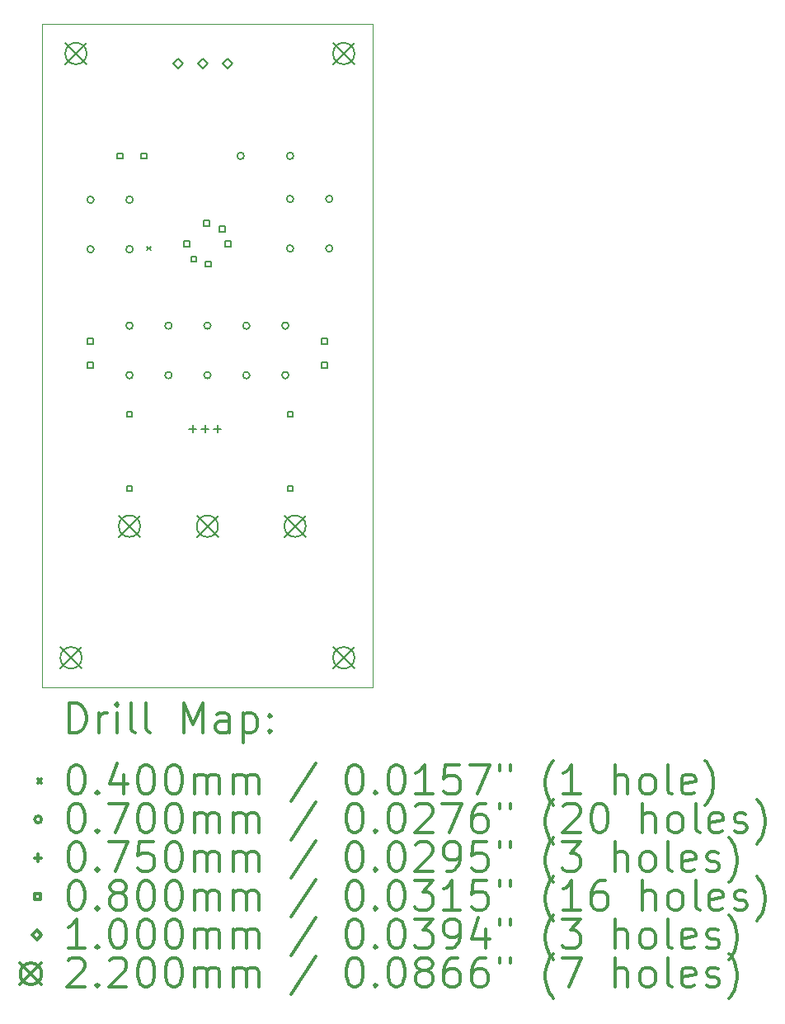
<source format=gbr>
%FSLAX45Y45*%
G04 Gerber Fmt 4.5, Leading zero omitted, Abs format (unit mm)*
G04 Created by KiCad (PCBNEW 5.1.10) date 2021-06-08 02:43:59*
%MOMM*%
%LPD*%
G01*
G04 APERTURE LIST*
%TA.AperFunction,Profile*%
%ADD10C,0.050000*%
%TD*%
%ADD11C,0.200000*%
%ADD12C,0.300000*%
G04 APERTURE END LIST*
D10*
X5200000Y-4500000D02*
X8600000Y-4500000D01*
X8600000Y-11300000D02*
X8600000Y-4500000D01*
X5200000Y-11300000D02*
X8600000Y-11300000D01*
X5200000Y-4500000D02*
X5200000Y-11300000D01*
D11*
X6280000Y-6780000D02*
X6320000Y-6820000D01*
X6320000Y-6780000D02*
X6280000Y-6820000D01*
X5735000Y-6300000D02*
G75*
G03*
X5735000Y-6300000I-35000J0D01*
G01*
X5735000Y-6808000D02*
G75*
G03*
X5735000Y-6808000I-35000J0D01*
G01*
X6135000Y-6300000D02*
G75*
G03*
X6135000Y-6300000I-35000J0D01*
G01*
X6135000Y-6808000D02*
G75*
G03*
X6135000Y-6808000I-35000J0D01*
G01*
X6135000Y-7592000D02*
G75*
G03*
X6135000Y-7592000I-35000J0D01*
G01*
X6135000Y-8100000D02*
G75*
G03*
X6135000Y-8100000I-35000J0D01*
G01*
X6535000Y-7592000D02*
G75*
G03*
X6535000Y-7592000I-35000J0D01*
G01*
X6535000Y-8100000D02*
G75*
G03*
X6535000Y-8100000I-35000J0D01*
G01*
X6935000Y-7592000D02*
G75*
G03*
X6935000Y-7592000I-35000J0D01*
G01*
X6935000Y-8100000D02*
G75*
G03*
X6935000Y-8100000I-35000J0D01*
G01*
X7277000Y-5850000D02*
G75*
G03*
X7277000Y-5850000I-35000J0D01*
G01*
X7335000Y-7592000D02*
G75*
G03*
X7335000Y-7592000I-35000J0D01*
G01*
X7335000Y-8100000D02*
G75*
G03*
X7335000Y-8100000I-35000J0D01*
G01*
X7735000Y-7592000D02*
G75*
G03*
X7735000Y-7592000I-35000J0D01*
G01*
X7735000Y-8100000D02*
G75*
G03*
X7735000Y-8100000I-35000J0D01*
G01*
X7785000Y-5850000D02*
G75*
G03*
X7785000Y-5850000I-35000J0D01*
G01*
X7785000Y-6292000D02*
G75*
G03*
X7785000Y-6292000I-35000J0D01*
G01*
X7785000Y-6800000D02*
G75*
G03*
X7785000Y-6800000I-35000J0D01*
G01*
X8185000Y-6292000D02*
G75*
G03*
X8185000Y-6292000I-35000J0D01*
G01*
X8185000Y-6800000D02*
G75*
G03*
X8185000Y-6800000I-35000J0D01*
G01*
X6750000Y-8612500D02*
X6750000Y-8687500D01*
X6712500Y-8650000D02*
X6787500Y-8650000D01*
X6877000Y-8612500D02*
X6877000Y-8687500D01*
X6839500Y-8650000D02*
X6914500Y-8650000D01*
X7004000Y-8612500D02*
X7004000Y-8687500D01*
X6966500Y-8650000D02*
X7041500Y-8650000D01*
X5728284Y-7778284D02*
X5728284Y-7721715D01*
X5671715Y-7721715D01*
X5671715Y-7778284D01*
X5728284Y-7778284D01*
X5728284Y-8028284D02*
X5728284Y-7971715D01*
X5671715Y-7971715D01*
X5671715Y-8028284D01*
X5728284Y-8028284D01*
X6028284Y-5878284D02*
X6028284Y-5821715D01*
X5971715Y-5821715D01*
X5971715Y-5878284D01*
X6028284Y-5878284D01*
X6128284Y-8528285D02*
X6128284Y-8471716D01*
X6071715Y-8471716D01*
X6071715Y-8528285D01*
X6128284Y-8528285D01*
X6128284Y-9290285D02*
X6128284Y-9233716D01*
X6071715Y-9233716D01*
X6071715Y-9290285D01*
X6128284Y-9290285D01*
X6278284Y-5878284D02*
X6278284Y-5821715D01*
X6221715Y-5821715D01*
X6221715Y-5878284D01*
X6278284Y-5878284D01*
X6718284Y-6778284D02*
X6718284Y-6721715D01*
X6661715Y-6721715D01*
X6661715Y-6778284D01*
X6718284Y-6778284D01*
X6788284Y-6938284D02*
X6788284Y-6881715D01*
X6731715Y-6881715D01*
X6731715Y-6938284D01*
X6788284Y-6938284D01*
X6918284Y-6568284D02*
X6918284Y-6511715D01*
X6861715Y-6511715D01*
X6861715Y-6568284D01*
X6918284Y-6568284D01*
X6938284Y-6988284D02*
X6938284Y-6931715D01*
X6881715Y-6931715D01*
X6881715Y-6988284D01*
X6938284Y-6988284D01*
X7078284Y-6628284D02*
X7078284Y-6571715D01*
X7021715Y-6571715D01*
X7021715Y-6628284D01*
X7078284Y-6628284D01*
X7138284Y-6778284D02*
X7138284Y-6721715D01*
X7081715Y-6721715D01*
X7081715Y-6778284D01*
X7138284Y-6778284D01*
X7778284Y-8528285D02*
X7778284Y-8471716D01*
X7721715Y-8471716D01*
X7721715Y-8528285D01*
X7778284Y-8528285D01*
X7778284Y-9290285D02*
X7778284Y-9233716D01*
X7721715Y-9233716D01*
X7721715Y-9290285D01*
X7778284Y-9290285D01*
X8128284Y-7778284D02*
X8128284Y-7721715D01*
X8071715Y-7721715D01*
X8071715Y-7778284D01*
X8128284Y-7778284D01*
X8128284Y-8028284D02*
X8128284Y-7971715D01*
X8071715Y-7971715D01*
X8071715Y-8028284D01*
X8128284Y-8028284D01*
X6600000Y-4950000D02*
X6650000Y-4900000D01*
X6600000Y-4850000D01*
X6550000Y-4900000D01*
X6600000Y-4950000D01*
X6854000Y-4950000D02*
X6904000Y-4900000D01*
X6854000Y-4850000D01*
X6804000Y-4900000D01*
X6854000Y-4950000D01*
X7108000Y-4950000D02*
X7158000Y-4900000D01*
X7108000Y-4850000D01*
X7058000Y-4900000D01*
X7108000Y-4950000D01*
X5390000Y-10890000D02*
X5610000Y-11110000D01*
X5610000Y-10890000D02*
X5390000Y-11110000D01*
X5610000Y-11000000D02*
G75*
G03*
X5610000Y-11000000I-110000J0D01*
G01*
X5440000Y-4690000D02*
X5660000Y-4910000D01*
X5660000Y-4690000D02*
X5440000Y-4910000D01*
X5660000Y-4800000D02*
G75*
G03*
X5660000Y-4800000I-110000J0D01*
G01*
X5990000Y-9540000D02*
X6210000Y-9760000D01*
X6210000Y-9540000D02*
X5990000Y-9760000D01*
X6210000Y-9650000D02*
G75*
G03*
X6210000Y-9650000I-110000J0D01*
G01*
X6790000Y-9540000D02*
X7010000Y-9760000D01*
X7010000Y-9540000D02*
X6790000Y-9760000D01*
X7010000Y-9650000D02*
G75*
G03*
X7010000Y-9650000I-110000J0D01*
G01*
X7690000Y-9540000D02*
X7910000Y-9760000D01*
X7910000Y-9540000D02*
X7690000Y-9760000D01*
X7910000Y-9650000D02*
G75*
G03*
X7910000Y-9650000I-110000J0D01*
G01*
X8190000Y-4690000D02*
X8410000Y-4910000D01*
X8410000Y-4690000D02*
X8190000Y-4910000D01*
X8410000Y-4800000D02*
G75*
G03*
X8410000Y-4800000I-110000J0D01*
G01*
X8190000Y-10890000D02*
X8410000Y-11110000D01*
X8410000Y-10890000D02*
X8190000Y-11110000D01*
X8410000Y-11000000D02*
G75*
G03*
X8410000Y-11000000I-110000J0D01*
G01*
D12*
X5483928Y-11768214D02*
X5483928Y-11468214D01*
X5555357Y-11468214D01*
X5598214Y-11482500D01*
X5626786Y-11511071D01*
X5641071Y-11539643D01*
X5655357Y-11596786D01*
X5655357Y-11639643D01*
X5641071Y-11696786D01*
X5626786Y-11725357D01*
X5598214Y-11753929D01*
X5555357Y-11768214D01*
X5483928Y-11768214D01*
X5783928Y-11768214D02*
X5783928Y-11568214D01*
X5783928Y-11625357D02*
X5798214Y-11596786D01*
X5812500Y-11582500D01*
X5841071Y-11568214D01*
X5869643Y-11568214D01*
X5969643Y-11768214D02*
X5969643Y-11568214D01*
X5969643Y-11468214D02*
X5955357Y-11482500D01*
X5969643Y-11496786D01*
X5983928Y-11482500D01*
X5969643Y-11468214D01*
X5969643Y-11496786D01*
X6155357Y-11768214D02*
X6126786Y-11753929D01*
X6112500Y-11725357D01*
X6112500Y-11468214D01*
X6312500Y-11768214D02*
X6283928Y-11753929D01*
X6269643Y-11725357D01*
X6269643Y-11468214D01*
X6655357Y-11768214D02*
X6655357Y-11468214D01*
X6755357Y-11682500D01*
X6855357Y-11468214D01*
X6855357Y-11768214D01*
X7126786Y-11768214D02*
X7126786Y-11611071D01*
X7112500Y-11582500D01*
X7083928Y-11568214D01*
X7026786Y-11568214D01*
X6998214Y-11582500D01*
X7126786Y-11753929D02*
X7098214Y-11768214D01*
X7026786Y-11768214D01*
X6998214Y-11753929D01*
X6983928Y-11725357D01*
X6983928Y-11696786D01*
X6998214Y-11668214D01*
X7026786Y-11653929D01*
X7098214Y-11653929D01*
X7126786Y-11639643D01*
X7269643Y-11568214D02*
X7269643Y-11868214D01*
X7269643Y-11582500D02*
X7298214Y-11568214D01*
X7355357Y-11568214D01*
X7383928Y-11582500D01*
X7398214Y-11596786D01*
X7412500Y-11625357D01*
X7412500Y-11711071D01*
X7398214Y-11739643D01*
X7383928Y-11753929D01*
X7355357Y-11768214D01*
X7298214Y-11768214D01*
X7269643Y-11753929D01*
X7541071Y-11739643D02*
X7555357Y-11753929D01*
X7541071Y-11768214D01*
X7526786Y-11753929D01*
X7541071Y-11739643D01*
X7541071Y-11768214D01*
X7541071Y-11582500D02*
X7555357Y-11596786D01*
X7541071Y-11611071D01*
X7526786Y-11596786D01*
X7541071Y-11582500D01*
X7541071Y-11611071D01*
X5157500Y-12242500D02*
X5197500Y-12282500D01*
X5197500Y-12242500D02*
X5157500Y-12282500D01*
X5541071Y-12098214D02*
X5569643Y-12098214D01*
X5598214Y-12112500D01*
X5612500Y-12126786D01*
X5626786Y-12155357D01*
X5641071Y-12212500D01*
X5641071Y-12283929D01*
X5626786Y-12341071D01*
X5612500Y-12369643D01*
X5598214Y-12383929D01*
X5569643Y-12398214D01*
X5541071Y-12398214D01*
X5512500Y-12383929D01*
X5498214Y-12369643D01*
X5483928Y-12341071D01*
X5469643Y-12283929D01*
X5469643Y-12212500D01*
X5483928Y-12155357D01*
X5498214Y-12126786D01*
X5512500Y-12112500D01*
X5541071Y-12098214D01*
X5769643Y-12369643D02*
X5783928Y-12383929D01*
X5769643Y-12398214D01*
X5755357Y-12383929D01*
X5769643Y-12369643D01*
X5769643Y-12398214D01*
X6041071Y-12198214D02*
X6041071Y-12398214D01*
X5969643Y-12083929D02*
X5898214Y-12298214D01*
X6083928Y-12298214D01*
X6255357Y-12098214D02*
X6283928Y-12098214D01*
X6312500Y-12112500D01*
X6326786Y-12126786D01*
X6341071Y-12155357D01*
X6355357Y-12212500D01*
X6355357Y-12283929D01*
X6341071Y-12341071D01*
X6326786Y-12369643D01*
X6312500Y-12383929D01*
X6283928Y-12398214D01*
X6255357Y-12398214D01*
X6226786Y-12383929D01*
X6212500Y-12369643D01*
X6198214Y-12341071D01*
X6183928Y-12283929D01*
X6183928Y-12212500D01*
X6198214Y-12155357D01*
X6212500Y-12126786D01*
X6226786Y-12112500D01*
X6255357Y-12098214D01*
X6541071Y-12098214D02*
X6569643Y-12098214D01*
X6598214Y-12112500D01*
X6612500Y-12126786D01*
X6626786Y-12155357D01*
X6641071Y-12212500D01*
X6641071Y-12283929D01*
X6626786Y-12341071D01*
X6612500Y-12369643D01*
X6598214Y-12383929D01*
X6569643Y-12398214D01*
X6541071Y-12398214D01*
X6512500Y-12383929D01*
X6498214Y-12369643D01*
X6483928Y-12341071D01*
X6469643Y-12283929D01*
X6469643Y-12212500D01*
X6483928Y-12155357D01*
X6498214Y-12126786D01*
X6512500Y-12112500D01*
X6541071Y-12098214D01*
X6769643Y-12398214D02*
X6769643Y-12198214D01*
X6769643Y-12226786D02*
X6783928Y-12212500D01*
X6812500Y-12198214D01*
X6855357Y-12198214D01*
X6883928Y-12212500D01*
X6898214Y-12241071D01*
X6898214Y-12398214D01*
X6898214Y-12241071D02*
X6912500Y-12212500D01*
X6941071Y-12198214D01*
X6983928Y-12198214D01*
X7012500Y-12212500D01*
X7026786Y-12241071D01*
X7026786Y-12398214D01*
X7169643Y-12398214D02*
X7169643Y-12198214D01*
X7169643Y-12226786D02*
X7183928Y-12212500D01*
X7212500Y-12198214D01*
X7255357Y-12198214D01*
X7283928Y-12212500D01*
X7298214Y-12241071D01*
X7298214Y-12398214D01*
X7298214Y-12241071D02*
X7312500Y-12212500D01*
X7341071Y-12198214D01*
X7383928Y-12198214D01*
X7412500Y-12212500D01*
X7426786Y-12241071D01*
X7426786Y-12398214D01*
X8012500Y-12083929D02*
X7755357Y-12469643D01*
X8398214Y-12098214D02*
X8426786Y-12098214D01*
X8455357Y-12112500D01*
X8469643Y-12126786D01*
X8483928Y-12155357D01*
X8498214Y-12212500D01*
X8498214Y-12283929D01*
X8483928Y-12341071D01*
X8469643Y-12369643D01*
X8455357Y-12383929D01*
X8426786Y-12398214D01*
X8398214Y-12398214D01*
X8369643Y-12383929D01*
X8355357Y-12369643D01*
X8341071Y-12341071D01*
X8326786Y-12283929D01*
X8326786Y-12212500D01*
X8341071Y-12155357D01*
X8355357Y-12126786D01*
X8369643Y-12112500D01*
X8398214Y-12098214D01*
X8626786Y-12369643D02*
X8641071Y-12383929D01*
X8626786Y-12398214D01*
X8612500Y-12383929D01*
X8626786Y-12369643D01*
X8626786Y-12398214D01*
X8826786Y-12098214D02*
X8855357Y-12098214D01*
X8883928Y-12112500D01*
X8898214Y-12126786D01*
X8912500Y-12155357D01*
X8926786Y-12212500D01*
X8926786Y-12283929D01*
X8912500Y-12341071D01*
X8898214Y-12369643D01*
X8883928Y-12383929D01*
X8855357Y-12398214D01*
X8826786Y-12398214D01*
X8798214Y-12383929D01*
X8783928Y-12369643D01*
X8769643Y-12341071D01*
X8755357Y-12283929D01*
X8755357Y-12212500D01*
X8769643Y-12155357D01*
X8783928Y-12126786D01*
X8798214Y-12112500D01*
X8826786Y-12098214D01*
X9212500Y-12398214D02*
X9041071Y-12398214D01*
X9126786Y-12398214D02*
X9126786Y-12098214D01*
X9098214Y-12141071D01*
X9069643Y-12169643D01*
X9041071Y-12183929D01*
X9483928Y-12098214D02*
X9341071Y-12098214D01*
X9326786Y-12241071D01*
X9341071Y-12226786D01*
X9369643Y-12212500D01*
X9441071Y-12212500D01*
X9469643Y-12226786D01*
X9483928Y-12241071D01*
X9498214Y-12269643D01*
X9498214Y-12341071D01*
X9483928Y-12369643D01*
X9469643Y-12383929D01*
X9441071Y-12398214D01*
X9369643Y-12398214D01*
X9341071Y-12383929D01*
X9326786Y-12369643D01*
X9598214Y-12098214D02*
X9798214Y-12098214D01*
X9669643Y-12398214D01*
X9898214Y-12098214D02*
X9898214Y-12155357D01*
X10012500Y-12098214D02*
X10012500Y-12155357D01*
X10455357Y-12512500D02*
X10441071Y-12498214D01*
X10412500Y-12455357D01*
X10398214Y-12426786D01*
X10383928Y-12383929D01*
X10369643Y-12312500D01*
X10369643Y-12255357D01*
X10383928Y-12183929D01*
X10398214Y-12141071D01*
X10412500Y-12112500D01*
X10441071Y-12069643D01*
X10455357Y-12055357D01*
X10726786Y-12398214D02*
X10555357Y-12398214D01*
X10641071Y-12398214D02*
X10641071Y-12098214D01*
X10612500Y-12141071D01*
X10583928Y-12169643D01*
X10555357Y-12183929D01*
X11083928Y-12398214D02*
X11083928Y-12098214D01*
X11212500Y-12398214D02*
X11212500Y-12241071D01*
X11198214Y-12212500D01*
X11169643Y-12198214D01*
X11126786Y-12198214D01*
X11098214Y-12212500D01*
X11083928Y-12226786D01*
X11398214Y-12398214D02*
X11369643Y-12383929D01*
X11355357Y-12369643D01*
X11341071Y-12341071D01*
X11341071Y-12255357D01*
X11355357Y-12226786D01*
X11369643Y-12212500D01*
X11398214Y-12198214D01*
X11441071Y-12198214D01*
X11469643Y-12212500D01*
X11483928Y-12226786D01*
X11498214Y-12255357D01*
X11498214Y-12341071D01*
X11483928Y-12369643D01*
X11469643Y-12383929D01*
X11441071Y-12398214D01*
X11398214Y-12398214D01*
X11669643Y-12398214D02*
X11641071Y-12383929D01*
X11626786Y-12355357D01*
X11626786Y-12098214D01*
X11898214Y-12383929D02*
X11869643Y-12398214D01*
X11812500Y-12398214D01*
X11783928Y-12383929D01*
X11769643Y-12355357D01*
X11769643Y-12241071D01*
X11783928Y-12212500D01*
X11812500Y-12198214D01*
X11869643Y-12198214D01*
X11898214Y-12212500D01*
X11912500Y-12241071D01*
X11912500Y-12269643D01*
X11769643Y-12298214D01*
X12012500Y-12512500D02*
X12026786Y-12498214D01*
X12055357Y-12455357D01*
X12069643Y-12426786D01*
X12083928Y-12383929D01*
X12098214Y-12312500D01*
X12098214Y-12255357D01*
X12083928Y-12183929D01*
X12069643Y-12141071D01*
X12055357Y-12112500D01*
X12026786Y-12069643D01*
X12012500Y-12055357D01*
X5197500Y-12658500D02*
G75*
G03*
X5197500Y-12658500I-35000J0D01*
G01*
X5541071Y-12494214D02*
X5569643Y-12494214D01*
X5598214Y-12508500D01*
X5612500Y-12522786D01*
X5626786Y-12551357D01*
X5641071Y-12608500D01*
X5641071Y-12679929D01*
X5626786Y-12737071D01*
X5612500Y-12765643D01*
X5598214Y-12779929D01*
X5569643Y-12794214D01*
X5541071Y-12794214D01*
X5512500Y-12779929D01*
X5498214Y-12765643D01*
X5483928Y-12737071D01*
X5469643Y-12679929D01*
X5469643Y-12608500D01*
X5483928Y-12551357D01*
X5498214Y-12522786D01*
X5512500Y-12508500D01*
X5541071Y-12494214D01*
X5769643Y-12765643D02*
X5783928Y-12779929D01*
X5769643Y-12794214D01*
X5755357Y-12779929D01*
X5769643Y-12765643D01*
X5769643Y-12794214D01*
X5883928Y-12494214D02*
X6083928Y-12494214D01*
X5955357Y-12794214D01*
X6255357Y-12494214D02*
X6283928Y-12494214D01*
X6312500Y-12508500D01*
X6326786Y-12522786D01*
X6341071Y-12551357D01*
X6355357Y-12608500D01*
X6355357Y-12679929D01*
X6341071Y-12737071D01*
X6326786Y-12765643D01*
X6312500Y-12779929D01*
X6283928Y-12794214D01*
X6255357Y-12794214D01*
X6226786Y-12779929D01*
X6212500Y-12765643D01*
X6198214Y-12737071D01*
X6183928Y-12679929D01*
X6183928Y-12608500D01*
X6198214Y-12551357D01*
X6212500Y-12522786D01*
X6226786Y-12508500D01*
X6255357Y-12494214D01*
X6541071Y-12494214D02*
X6569643Y-12494214D01*
X6598214Y-12508500D01*
X6612500Y-12522786D01*
X6626786Y-12551357D01*
X6641071Y-12608500D01*
X6641071Y-12679929D01*
X6626786Y-12737071D01*
X6612500Y-12765643D01*
X6598214Y-12779929D01*
X6569643Y-12794214D01*
X6541071Y-12794214D01*
X6512500Y-12779929D01*
X6498214Y-12765643D01*
X6483928Y-12737071D01*
X6469643Y-12679929D01*
X6469643Y-12608500D01*
X6483928Y-12551357D01*
X6498214Y-12522786D01*
X6512500Y-12508500D01*
X6541071Y-12494214D01*
X6769643Y-12794214D02*
X6769643Y-12594214D01*
X6769643Y-12622786D02*
X6783928Y-12608500D01*
X6812500Y-12594214D01*
X6855357Y-12594214D01*
X6883928Y-12608500D01*
X6898214Y-12637071D01*
X6898214Y-12794214D01*
X6898214Y-12637071D02*
X6912500Y-12608500D01*
X6941071Y-12594214D01*
X6983928Y-12594214D01*
X7012500Y-12608500D01*
X7026786Y-12637071D01*
X7026786Y-12794214D01*
X7169643Y-12794214D02*
X7169643Y-12594214D01*
X7169643Y-12622786D02*
X7183928Y-12608500D01*
X7212500Y-12594214D01*
X7255357Y-12594214D01*
X7283928Y-12608500D01*
X7298214Y-12637071D01*
X7298214Y-12794214D01*
X7298214Y-12637071D02*
X7312500Y-12608500D01*
X7341071Y-12594214D01*
X7383928Y-12594214D01*
X7412500Y-12608500D01*
X7426786Y-12637071D01*
X7426786Y-12794214D01*
X8012500Y-12479929D02*
X7755357Y-12865643D01*
X8398214Y-12494214D02*
X8426786Y-12494214D01*
X8455357Y-12508500D01*
X8469643Y-12522786D01*
X8483928Y-12551357D01*
X8498214Y-12608500D01*
X8498214Y-12679929D01*
X8483928Y-12737071D01*
X8469643Y-12765643D01*
X8455357Y-12779929D01*
X8426786Y-12794214D01*
X8398214Y-12794214D01*
X8369643Y-12779929D01*
X8355357Y-12765643D01*
X8341071Y-12737071D01*
X8326786Y-12679929D01*
X8326786Y-12608500D01*
X8341071Y-12551357D01*
X8355357Y-12522786D01*
X8369643Y-12508500D01*
X8398214Y-12494214D01*
X8626786Y-12765643D02*
X8641071Y-12779929D01*
X8626786Y-12794214D01*
X8612500Y-12779929D01*
X8626786Y-12765643D01*
X8626786Y-12794214D01*
X8826786Y-12494214D02*
X8855357Y-12494214D01*
X8883928Y-12508500D01*
X8898214Y-12522786D01*
X8912500Y-12551357D01*
X8926786Y-12608500D01*
X8926786Y-12679929D01*
X8912500Y-12737071D01*
X8898214Y-12765643D01*
X8883928Y-12779929D01*
X8855357Y-12794214D01*
X8826786Y-12794214D01*
X8798214Y-12779929D01*
X8783928Y-12765643D01*
X8769643Y-12737071D01*
X8755357Y-12679929D01*
X8755357Y-12608500D01*
X8769643Y-12551357D01*
X8783928Y-12522786D01*
X8798214Y-12508500D01*
X8826786Y-12494214D01*
X9041071Y-12522786D02*
X9055357Y-12508500D01*
X9083928Y-12494214D01*
X9155357Y-12494214D01*
X9183928Y-12508500D01*
X9198214Y-12522786D01*
X9212500Y-12551357D01*
X9212500Y-12579929D01*
X9198214Y-12622786D01*
X9026786Y-12794214D01*
X9212500Y-12794214D01*
X9312500Y-12494214D02*
X9512500Y-12494214D01*
X9383928Y-12794214D01*
X9755357Y-12494214D02*
X9698214Y-12494214D01*
X9669643Y-12508500D01*
X9655357Y-12522786D01*
X9626786Y-12565643D01*
X9612500Y-12622786D01*
X9612500Y-12737071D01*
X9626786Y-12765643D01*
X9641071Y-12779929D01*
X9669643Y-12794214D01*
X9726786Y-12794214D01*
X9755357Y-12779929D01*
X9769643Y-12765643D01*
X9783928Y-12737071D01*
X9783928Y-12665643D01*
X9769643Y-12637071D01*
X9755357Y-12622786D01*
X9726786Y-12608500D01*
X9669643Y-12608500D01*
X9641071Y-12622786D01*
X9626786Y-12637071D01*
X9612500Y-12665643D01*
X9898214Y-12494214D02*
X9898214Y-12551357D01*
X10012500Y-12494214D02*
X10012500Y-12551357D01*
X10455357Y-12908500D02*
X10441071Y-12894214D01*
X10412500Y-12851357D01*
X10398214Y-12822786D01*
X10383928Y-12779929D01*
X10369643Y-12708500D01*
X10369643Y-12651357D01*
X10383928Y-12579929D01*
X10398214Y-12537071D01*
X10412500Y-12508500D01*
X10441071Y-12465643D01*
X10455357Y-12451357D01*
X10555357Y-12522786D02*
X10569643Y-12508500D01*
X10598214Y-12494214D01*
X10669643Y-12494214D01*
X10698214Y-12508500D01*
X10712500Y-12522786D01*
X10726786Y-12551357D01*
X10726786Y-12579929D01*
X10712500Y-12622786D01*
X10541071Y-12794214D01*
X10726786Y-12794214D01*
X10912500Y-12494214D02*
X10941071Y-12494214D01*
X10969643Y-12508500D01*
X10983928Y-12522786D01*
X10998214Y-12551357D01*
X11012500Y-12608500D01*
X11012500Y-12679929D01*
X10998214Y-12737071D01*
X10983928Y-12765643D01*
X10969643Y-12779929D01*
X10941071Y-12794214D01*
X10912500Y-12794214D01*
X10883928Y-12779929D01*
X10869643Y-12765643D01*
X10855357Y-12737071D01*
X10841071Y-12679929D01*
X10841071Y-12608500D01*
X10855357Y-12551357D01*
X10869643Y-12522786D01*
X10883928Y-12508500D01*
X10912500Y-12494214D01*
X11369643Y-12794214D02*
X11369643Y-12494214D01*
X11498214Y-12794214D02*
X11498214Y-12637071D01*
X11483928Y-12608500D01*
X11455357Y-12594214D01*
X11412500Y-12594214D01*
X11383928Y-12608500D01*
X11369643Y-12622786D01*
X11683928Y-12794214D02*
X11655357Y-12779929D01*
X11641071Y-12765643D01*
X11626786Y-12737071D01*
X11626786Y-12651357D01*
X11641071Y-12622786D01*
X11655357Y-12608500D01*
X11683928Y-12594214D01*
X11726786Y-12594214D01*
X11755357Y-12608500D01*
X11769643Y-12622786D01*
X11783928Y-12651357D01*
X11783928Y-12737071D01*
X11769643Y-12765643D01*
X11755357Y-12779929D01*
X11726786Y-12794214D01*
X11683928Y-12794214D01*
X11955357Y-12794214D02*
X11926786Y-12779929D01*
X11912500Y-12751357D01*
X11912500Y-12494214D01*
X12183928Y-12779929D02*
X12155357Y-12794214D01*
X12098214Y-12794214D01*
X12069643Y-12779929D01*
X12055357Y-12751357D01*
X12055357Y-12637071D01*
X12069643Y-12608500D01*
X12098214Y-12594214D01*
X12155357Y-12594214D01*
X12183928Y-12608500D01*
X12198214Y-12637071D01*
X12198214Y-12665643D01*
X12055357Y-12694214D01*
X12312500Y-12779929D02*
X12341071Y-12794214D01*
X12398214Y-12794214D01*
X12426786Y-12779929D01*
X12441071Y-12751357D01*
X12441071Y-12737071D01*
X12426786Y-12708500D01*
X12398214Y-12694214D01*
X12355357Y-12694214D01*
X12326786Y-12679929D01*
X12312500Y-12651357D01*
X12312500Y-12637071D01*
X12326786Y-12608500D01*
X12355357Y-12594214D01*
X12398214Y-12594214D01*
X12426786Y-12608500D01*
X12541071Y-12908500D02*
X12555357Y-12894214D01*
X12583928Y-12851357D01*
X12598214Y-12822786D01*
X12612500Y-12779929D01*
X12626786Y-12708500D01*
X12626786Y-12651357D01*
X12612500Y-12579929D01*
X12598214Y-12537071D01*
X12583928Y-12508500D01*
X12555357Y-12465643D01*
X12541071Y-12451357D01*
X5160000Y-13017000D02*
X5160000Y-13092000D01*
X5122500Y-13054500D02*
X5197500Y-13054500D01*
X5541071Y-12890214D02*
X5569643Y-12890214D01*
X5598214Y-12904500D01*
X5612500Y-12918786D01*
X5626786Y-12947357D01*
X5641071Y-13004500D01*
X5641071Y-13075929D01*
X5626786Y-13133071D01*
X5612500Y-13161643D01*
X5598214Y-13175929D01*
X5569643Y-13190214D01*
X5541071Y-13190214D01*
X5512500Y-13175929D01*
X5498214Y-13161643D01*
X5483928Y-13133071D01*
X5469643Y-13075929D01*
X5469643Y-13004500D01*
X5483928Y-12947357D01*
X5498214Y-12918786D01*
X5512500Y-12904500D01*
X5541071Y-12890214D01*
X5769643Y-13161643D02*
X5783928Y-13175929D01*
X5769643Y-13190214D01*
X5755357Y-13175929D01*
X5769643Y-13161643D01*
X5769643Y-13190214D01*
X5883928Y-12890214D02*
X6083928Y-12890214D01*
X5955357Y-13190214D01*
X6341071Y-12890214D02*
X6198214Y-12890214D01*
X6183928Y-13033071D01*
X6198214Y-13018786D01*
X6226786Y-13004500D01*
X6298214Y-13004500D01*
X6326786Y-13018786D01*
X6341071Y-13033071D01*
X6355357Y-13061643D01*
X6355357Y-13133071D01*
X6341071Y-13161643D01*
X6326786Y-13175929D01*
X6298214Y-13190214D01*
X6226786Y-13190214D01*
X6198214Y-13175929D01*
X6183928Y-13161643D01*
X6541071Y-12890214D02*
X6569643Y-12890214D01*
X6598214Y-12904500D01*
X6612500Y-12918786D01*
X6626786Y-12947357D01*
X6641071Y-13004500D01*
X6641071Y-13075929D01*
X6626786Y-13133071D01*
X6612500Y-13161643D01*
X6598214Y-13175929D01*
X6569643Y-13190214D01*
X6541071Y-13190214D01*
X6512500Y-13175929D01*
X6498214Y-13161643D01*
X6483928Y-13133071D01*
X6469643Y-13075929D01*
X6469643Y-13004500D01*
X6483928Y-12947357D01*
X6498214Y-12918786D01*
X6512500Y-12904500D01*
X6541071Y-12890214D01*
X6769643Y-13190214D02*
X6769643Y-12990214D01*
X6769643Y-13018786D02*
X6783928Y-13004500D01*
X6812500Y-12990214D01*
X6855357Y-12990214D01*
X6883928Y-13004500D01*
X6898214Y-13033071D01*
X6898214Y-13190214D01*
X6898214Y-13033071D02*
X6912500Y-13004500D01*
X6941071Y-12990214D01*
X6983928Y-12990214D01*
X7012500Y-13004500D01*
X7026786Y-13033071D01*
X7026786Y-13190214D01*
X7169643Y-13190214D02*
X7169643Y-12990214D01*
X7169643Y-13018786D02*
X7183928Y-13004500D01*
X7212500Y-12990214D01*
X7255357Y-12990214D01*
X7283928Y-13004500D01*
X7298214Y-13033071D01*
X7298214Y-13190214D01*
X7298214Y-13033071D02*
X7312500Y-13004500D01*
X7341071Y-12990214D01*
X7383928Y-12990214D01*
X7412500Y-13004500D01*
X7426786Y-13033071D01*
X7426786Y-13190214D01*
X8012500Y-12875929D02*
X7755357Y-13261643D01*
X8398214Y-12890214D02*
X8426786Y-12890214D01*
X8455357Y-12904500D01*
X8469643Y-12918786D01*
X8483928Y-12947357D01*
X8498214Y-13004500D01*
X8498214Y-13075929D01*
X8483928Y-13133071D01*
X8469643Y-13161643D01*
X8455357Y-13175929D01*
X8426786Y-13190214D01*
X8398214Y-13190214D01*
X8369643Y-13175929D01*
X8355357Y-13161643D01*
X8341071Y-13133071D01*
X8326786Y-13075929D01*
X8326786Y-13004500D01*
X8341071Y-12947357D01*
X8355357Y-12918786D01*
X8369643Y-12904500D01*
X8398214Y-12890214D01*
X8626786Y-13161643D02*
X8641071Y-13175929D01*
X8626786Y-13190214D01*
X8612500Y-13175929D01*
X8626786Y-13161643D01*
X8626786Y-13190214D01*
X8826786Y-12890214D02*
X8855357Y-12890214D01*
X8883928Y-12904500D01*
X8898214Y-12918786D01*
X8912500Y-12947357D01*
X8926786Y-13004500D01*
X8926786Y-13075929D01*
X8912500Y-13133071D01*
X8898214Y-13161643D01*
X8883928Y-13175929D01*
X8855357Y-13190214D01*
X8826786Y-13190214D01*
X8798214Y-13175929D01*
X8783928Y-13161643D01*
X8769643Y-13133071D01*
X8755357Y-13075929D01*
X8755357Y-13004500D01*
X8769643Y-12947357D01*
X8783928Y-12918786D01*
X8798214Y-12904500D01*
X8826786Y-12890214D01*
X9041071Y-12918786D02*
X9055357Y-12904500D01*
X9083928Y-12890214D01*
X9155357Y-12890214D01*
X9183928Y-12904500D01*
X9198214Y-12918786D01*
X9212500Y-12947357D01*
X9212500Y-12975929D01*
X9198214Y-13018786D01*
X9026786Y-13190214D01*
X9212500Y-13190214D01*
X9355357Y-13190214D02*
X9412500Y-13190214D01*
X9441071Y-13175929D01*
X9455357Y-13161643D01*
X9483928Y-13118786D01*
X9498214Y-13061643D01*
X9498214Y-12947357D01*
X9483928Y-12918786D01*
X9469643Y-12904500D01*
X9441071Y-12890214D01*
X9383928Y-12890214D01*
X9355357Y-12904500D01*
X9341071Y-12918786D01*
X9326786Y-12947357D01*
X9326786Y-13018786D01*
X9341071Y-13047357D01*
X9355357Y-13061643D01*
X9383928Y-13075929D01*
X9441071Y-13075929D01*
X9469643Y-13061643D01*
X9483928Y-13047357D01*
X9498214Y-13018786D01*
X9769643Y-12890214D02*
X9626786Y-12890214D01*
X9612500Y-13033071D01*
X9626786Y-13018786D01*
X9655357Y-13004500D01*
X9726786Y-13004500D01*
X9755357Y-13018786D01*
X9769643Y-13033071D01*
X9783928Y-13061643D01*
X9783928Y-13133071D01*
X9769643Y-13161643D01*
X9755357Y-13175929D01*
X9726786Y-13190214D01*
X9655357Y-13190214D01*
X9626786Y-13175929D01*
X9612500Y-13161643D01*
X9898214Y-12890214D02*
X9898214Y-12947357D01*
X10012500Y-12890214D02*
X10012500Y-12947357D01*
X10455357Y-13304500D02*
X10441071Y-13290214D01*
X10412500Y-13247357D01*
X10398214Y-13218786D01*
X10383928Y-13175929D01*
X10369643Y-13104500D01*
X10369643Y-13047357D01*
X10383928Y-12975929D01*
X10398214Y-12933071D01*
X10412500Y-12904500D01*
X10441071Y-12861643D01*
X10455357Y-12847357D01*
X10541071Y-12890214D02*
X10726786Y-12890214D01*
X10626786Y-13004500D01*
X10669643Y-13004500D01*
X10698214Y-13018786D01*
X10712500Y-13033071D01*
X10726786Y-13061643D01*
X10726786Y-13133071D01*
X10712500Y-13161643D01*
X10698214Y-13175929D01*
X10669643Y-13190214D01*
X10583928Y-13190214D01*
X10555357Y-13175929D01*
X10541071Y-13161643D01*
X11083928Y-13190214D02*
X11083928Y-12890214D01*
X11212500Y-13190214D02*
X11212500Y-13033071D01*
X11198214Y-13004500D01*
X11169643Y-12990214D01*
X11126786Y-12990214D01*
X11098214Y-13004500D01*
X11083928Y-13018786D01*
X11398214Y-13190214D02*
X11369643Y-13175929D01*
X11355357Y-13161643D01*
X11341071Y-13133071D01*
X11341071Y-13047357D01*
X11355357Y-13018786D01*
X11369643Y-13004500D01*
X11398214Y-12990214D01*
X11441071Y-12990214D01*
X11469643Y-13004500D01*
X11483928Y-13018786D01*
X11498214Y-13047357D01*
X11498214Y-13133071D01*
X11483928Y-13161643D01*
X11469643Y-13175929D01*
X11441071Y-13190214D01*
X11398214Y-13190214D01*
X11669643Y-13190214D02*
X11641071Y-13175929D01*
X11626786Y-13147357D01*
X11626786Y-12890214D01*
X11898214Y-13175929D02*
X11869643Y-13190214D01*
X11812500Y-13190214D01*
X11783928Y-13175929D01*
X11769643Y-13147357D01*
X11769643Y-13033071D01*
X11783928Y-13004500D01*
X11812500Y-12990214D01*
X11869643Y-12990214D01*
X11898214Y-13004500D01*
X11912500Y-13033071D01*
X11912500Y-13061643D01*
X11769643Y-13090214D01*
X12026786Y-13175929D02*
X12055357Y-13190214D01*
X12112500Y-13190214D01*
X12141071Y-13175929D01*
X12155357Y-13147357D01*
X12155357Y-13133071D01*
X12141071Y-13104500D01*
X12112500Y-13090214D01*
X12069643Y-13090214D01*
X12041071Y-13075929D01*
X12026786Y-13047357D01*
X12026786Y-13033071D01*
X12041071Y-13004500D01*
X12069643Y-12990214D01*
X12112500Y-12990214D01*
X12141071Y-13004500D01*
X12255357Y-13304500D02*
X12269643Y-13290214D01*
X12298214Y-13247357D01*
X12312500Y-13218786D01*
X12326786Y-13175929D01*
X12341071Y-13104500D01*
X12341071Y-13047357D01*
X12326786Y-12975929D01*
X12312500Y-12933071D01*
X12298214Y-12904500D01*
X12269643Y-12861643D01*
X12255357Y-12847357D01*
X5185784Y-13478785D02*
X5185784Y-13422216D01*
X5129215Y-13422216D01*
X5129215Y-13478785D01*
X5185784Y-13478785D01*
X5541071Y-13286214D02*
X5569643Y-13286214D01*
X5598214Y-13300500D01*
X5612500Y-13314786D01*
X5626786Y-13343357D01*
X5641071Y-13400500D01*
X5641071Y-13471929D01*
X5626786Y-13529071D01*
X5612500Y-13557643D01*
X5598214Y-13571929D01*
X5569643Y-13586214D01*
X5541071Y-13586214D01*
X5512500Y-13571929D01*
X5498214Y-13557643D01*
X5483928Y-13529071D01*
X5469643Y-13471929D01*
X5469643Y-13400500D01*
X5483928Y-13343357D01*
X5498214Y-13314786D01*
X5512500Y-13300500D01*
X5541071Y-13286214D01*
X5769643Y-13557643D02*
X5783928Y-13571929D01*
X5769643Y-13586214D01*
X5755357Y-13571929D01*
X5769643Y-13557643D01*
X5769643Y-13586214D01*
X5955357Y-13414786D02*
X5926786Y-13400500D01*
X5912500Y-13386214D01*
X5898214Y-13357643D01*
X5898214Y-13343357D01*
X5912500Y-13314786D01*
X5926786Y-13300500D01*
X5955357Y-13286214D01*
X6012500Y-13286214D01*
X6041071Y-13300500D01*
X6055357Y-13314786D01*
X6069643Y-13343357D01*
X6069643Y-13357643D01*
X6055357Y-13386214D01*
X6041071Y-13400500D01*
X6012500Y-13414786D01*
X5955357Y-13414786D01*
X5926786Y-13429071D01*
X5912500Y-13443357D01*
X5898214Y-13471929D01*
X5898214Y-13529071D01*
X5912500Y-13557643D01*
X5926786Y-13571929D01*
X5955357Y-13586214D01*
X6012500Y-13586214D01*
X6041071Y-13571929D01*
X6055357Y-13557643D01*
X6069643Y-13529071D01*
X6069643Y-13471929D01*
X6055357Y-13443357D01*
X6041071Y-13429071D01*
X6012500Y-13414786D01*
X6255357Y-13286214D02*
X6283928Y-13286214D01*
X6312500Y-13300500D01*
X6326786Y-13314786D01*
X6341071Y-13343357D01*
X6355357Y-13400500D01*
X6355357Y-13471929D01*
X6341071Y-13529071D01*
X6326786Y-13557643D01*
X6312500Y-13571929D01*
X6283928Y-13586214D01*
X6255357Y-13586214D01*
X6226786Y-13571929D01*
X6212500Y-13557643D01*
X6198214Y-13529071D01*
X6183928Y-13471929D01*
X6183928Y-13400500D01*
X6198214Y-13343357D01*
X6212500Y-13314786D01*
X6226786Y-13300500D01*
X6255357Y-13286214D01*
X6541071Y-13286214D02*
X6569643Y-13286214D01*
X6598214Y-13300500D01*
X6612500Y-13314786D01*
X6626786Y-13343357D01*
X6641071Y-13400500D01*
X6641071Y-13471929D01*
X6626786Y-13529071D01*
X6612500Y-13557643D01*
X6598214Y-13571929D01*
X6569643Y-13586214D01*
X6541071Y-13586214D01*
X6512500Y-13571929D01*
X6498214Y-13557643D01*
X6483928Y-13529071D01*
X6469643Y-13471929D01*
X6469643Y-13400500D01*
X6483928Y-13343357D01*
X6498214Y-13314786D01*
X6512500Y-13300500D01*
X6541071Y-13286214D01*
X6769643Y-13586214D02*
X6769643Y-13386214D01*
X6769643Y-13414786D02*
X6783928Y-13400500D01*
X6812500Y-13386214D01*
X6855357Y-13386214D01*
X6883928Y-13400500D01*
X6898214Y-13429071D01*
X6898214Y-13586214D01*
X6898214Y-13429071D02*
X6912500Y-13400500D01*
X6941071Y-13386214D01*
X6983928Y-13386214D01*
X7012500Y-13400500D01*
X7026786Y-13429071D01*
X7026786Y-13586214D01*
X7169643Y-13586214D02*
X7169643Y-13386214D01*
X7169643Y-13414786D02*
X7183928Y-13400500D01*
X7212500Y-13386214D01*
X7255357Y-13386214D01*
X7283928Y-13400500D01*
X7298214Y-13429071D01*
X7298214Y-13586214D01*
X7298214Y-13429071D02*
X7312500Y-13400500D01*
X7341071Y-13386214D01*
X7383928Y-13386214D01*
X7412500Y-13400500D01*
X7426786Y-13429071D01*
X7426786Y-13586214D01*
X8012500Y-13271929D02*
X7755357Y-13657643D01*
X8398214Y-13286214D02*
X8426786Y-13286214D01*
X8455357Y-13300500D01*
X8469643Y-13314786D01*
X8483928Y-13343357D01*
X8498214Y-13400500D01*
X8498214Y-13471929D01*
X8483928Y-13529071D01*
X8469643Y-13557643D01*
X8455357Y-13571929D01*
X8426786Y-13586214D01*
X8398214Y-13586214D01*
X8369643Y-13571929D01*
X8355357Y-13557643D01*
X8341071Y-13529071D01*
X8326786Y-13471929D01*
X8326786Y-13400500D01*
X8341071Y-13343357D01*
X8355357Y-13314786D01*
X8369643Y-13300500D01*
X8398214Y-13286214D01*
X8626786Y-13557643D02*
X8641071Y-13571929D01*
X8626786Y-13586214D01*
X8612500Y-13571929D01*
X8626786Y-13557643D01*
X8626786Y-13586214D01*
X8826786Y-13286214D02*
X8855357Y-13286214D01*
X8883928Y-13300500D01*
X8898214Y-13314786D01*
X8912500Y-13343357D01*
X8926786Y-13400500D01*
X8926786Y-13471929D01*
X8912500Y-13529071D01*
X8898214Y-13557643D01*
X8883928Y-13571929D01*
X8855357Y-13586214D01*
X8826786Y-13586214D01*
X8798214Y-13571929D01*
X8783928Y-13557643D01*
X8769643Y-13529071D01*
X8755357Y-13471929D01*
X8755357Y-13400500D01*
X8769643Y-13343357D01*
X8783928Y-13314786D01*
X8798214Y-13300500D01*
X8826786Y-13286214D01*
X9026786Y-13286214D02*
X9212500Y-13286214D01*
X9112500Y-13400500D01*
X9155357Y-13400500D01*
X9183928Y-13414786D01*
X9198214Y-13429071D01*
X9212500Y-13457643D01*
X9212500Y-13529071D01*
X9198214Y-13557643D01*
X9183928Y-13571929D01*
X9155357Y-13586214D01*
X9069643Y-13586214D01*
X9041071Y-13571929D01*
X9026786Y-13557643D01*
X9498214Y-13586214D02*
X9326786Y-13586214D01*
X9412500Y-13586214D02*
X9412500Y-13286214D01*
X9383928Y-13329071D01*
X9355357Y-13357643D01*
X9326786Y-13371929D01*
X9769643Y-13286214D02*
X9626786Y-13286214D01*
X9612500Y-13429071D01*
X9626786Y-13414786D01*
X9655357Y-13400500D01*
X9726786Y-13400500D01*
X9755357Y-13414786D01*
X9769643Y-13429071D01*
X9783928Y-13457643D01*
X9783928Y-13529071D01*
X9769643Y-13557643D01*
X9755357Y-13571929D01*
X9726786Y-13586214D01*
X9655357Y-13586214D01*
X9626786Y-13571929D01*
X9612500Y-13557643D01*
X9898214Y-13286214D02*
X9898214Y-13343357D01*
X10012500Y-13286214D02*
X10012500Y-13343357D01*
X10455357Y-13700500D02*
X10441071Y-13686214D01*
X10412500Y-13643357D01*
X10398214Y-13614786D01*
X10383928Y-13571929D01*
X10369643Y-13500500D01*
X10369643Y-13443357D01*
X10383928Y-13371929D01*
X10398214Y-13329071D01*
X10412500Y-13300500D01*
X10441071Y-13257643D01*
X10455357Y-13243357D01*
X10726786Y-13586214D02*
X10555357Y-13586214D01*
X10641071Y-13586214D02*
X10641071Y-13286214D01*
X10612500Y-13329071D01*
X10583928Y-13357643D01*
X10555357Y-13371929D01*
X10983928Y-13286214D02*
X10926786Y-13286214D01*
X10898214Y-13300500D01*
X10883928Y-13314786D01*
X10855357Y-13357643D01*
X10841071Y-13414786D01*
X10841071Y-13529071D01*
X10855357Y-13557643D01*
X10869643Y-13571929D01*
X10898214Y-13586214D01*
X10955357Y-13586214D01*
X10983928Y-13571929D01*
X10998214Y-13557643D01*
X11012500Y-13529071D01*
X11012500Y-13457643D01*
X10998214Y-13429071D01*
X10983928Y-13414786D01*
X10955357Y-13400500D01*
X10898214Y-13400500D01*
X10869643Y-13414786D01*
X10855357Y-13429071D01*
X10841071Y-13457643D01*
X11369643Y-13586214D02*
X11369643Y-13286214D01*
X11498214Y-13586214D02*
X11498214Y-13429071D01*
X11483928Y-13400500D01*
X11455357Y-13386214D01*
X11412500Y-13386214D01*
X11383928Y-13400500D01*
X11369643Y-13414786D01*
X11683928Y-13586214D02*
X11655357Y-13571929D01*
X11641071Y-13557643D01*
X11626786Y-13529071D01*
X11626786Y-13443357D01*
X11641071Y-13414786D01*
X11655357Y-13400500D01*
X11683928Y-13386214D01*
X11726786Y-13386214D01*
X11755357Y-13400500D01*
X11769643Y-13414786D01*
X11783928Y-13443357D01*
X11783928Y-13529071D01*
X11769643Y-13557643D01*
X11755357Y-13571929D01*
X11726786Y-13586214D01*
X11683928Y-13586214D01*
X11955357Y-13586214D02*
X11926786Y-13571929D01*
X11912500Y-13543357D01*
X11912500Y-13286214D01*
X12183928Y-13571929D02*
X12155357Y-13586214D01*
X12098214Y-13586214D01*
X12069643Y-13571929D01*
X12055357Y-13543357D01*
X12055357Y-13429071D01*
X12069643Y-13400500D01*
X12098214Y-13386214D01*
X12155357Y-13386214D01*
X12183928Y-13400500D01*
X12198214Y-13429071D01*
X12198214Y-13457643D01*
X12055357Y-13486214D01*
X12312500Y-13571929D02*
X12341071Y-13586214D01*
X12398214Y-13586214D01*
X12426786Y-13571929D01*
X12441071Y-13543357D01*
X12441071Y-13529071D01*
X12426786Y-13500500D01*
X12398214Y-13486214D01*
X12355357Y-13486214D01*
X12326786Y-13471929D01*
X12312500Y-13443357D01*
X12312500Y-13429071D01*
X12326786Y-13400500D01*
X12355357Y-13386214D01*
X12398214Y-13386214D01*
X12426786Y-13400500D01*
X12541071Y-13700500D02*
X12555357Y-13686214D01*
X12583928Y-13643357D01*
X12598214Y-13614786D01*
X12612500Y-13571929D01*
X12626786Y-13500500D01*
X12626786Y-13443357D01*
X12612500Y-13371929D01*
X12598214Y-13329071D01*
X12583928Y-13300500D01*
X12555357Y-13257643D01*
X12541071Y-13243357D01*
X5147500Y-13896500D02*
X5197500Y-13846500D01*
X5147500Y-13796500D01*
X5097500Y-13846500D01*
X5147500Y-13896500D01*
X5641071Y-13982214D02*
X5469643Y-13982214D01*
X5555357Y-13982214D02*
X5555357Y-13682214D01*
X5526786Y-13725071D01*
X5498214Y-13753643D01*
X5469643Y-13767929D01*
X5769643Y-13953643D02*
X5783928Y-13967929D01*
X5769643Y-13982214D01*
X5755357Y-13967929D01*
X5769643Y-13953643D01*
X5769643Y-13982214D01*
X5969643Y-13682214D02*
X5998214Y-13682214D01*
X6026786Y-13696500D01*
X6041071Y-13710786D01*
X6055357Y-13739357D01*
X6069643Y-13796500D01*
X6069643Y-13867929D01*
X6055357Y-13925071D01*
X6041071Y-13953643D01*
X6026786Y-13967929D01*
X5998214Y-13982214D01*
X5969643Y-13982214D01*
X5941071Y-13967929D01*
X5926786Y-13953643D01*
X5912500Y-13925071D01*
X5898214Y-13867929D01*
X5898214Y-13796500D01*
X5912500Y-13739357D01*
X5926786Y-13710786D01*
X5941071Y-13696500D01*
X5969643Y-13682214D01*
X6255357Y-13682214D02*
X6283928Y-13682214D01*
X6312500Y-13696500D01*
X6326786Y-13710786D01*
X6341071Y-13739357D01*
X6355357Y-13796500D01*
X6355357Y-13867929D01*
X6341071Y-13925071D01*
X6326786Y-13953643D01*
X6312500Y-13967929D01*
X6283928Y-13982214D01*
X6255357Y-13982214D01*
X6226786Y-13967929D01*
X6212500Y-13953643D01*
X6198214Y-13925071D01*
X6183928Y-13867929D01*
X6183928Y-13796500D01*
X6198214Y-13739357D01*
X6212500Y-13710786D01*
X6226786Y-13696500D01*
X6255357Y-13682214D01*
X6541071Y-13682214D02*
X6569643Y-13682214D01*
X6598214Y-13696500D01*
X6612500Y-13710786D01*
X6626786Y-13739357D01*
X6641071Y-13796500D01*
X6641071Y-13867929D01*
X6626786Y-13925071D01*
X6612500Y-13953643D01*
X6598214Y-13967929D01*
X6569643Y-13982214D01*
X6541071Y-13982214D01*
X6512500Y-13967929D01*
X6498214Y-13953643D01*
X6483928Y-13925071D01*
X6469643Y-13867929D01*
X6469643Y-13796500D01*
X6483928Y-13739357D01*
X6498214Y-13710786D01*
X6512500Y-13696500D01*
X6541071Y-13682214D01*
X6769643Y-13982214D02*
X6769643Y-13782214D01*
X6769643Y-13810786D02*
X6783928Y-13796500D01*
X6812500Y-13782214D01*
X6855357Y-13782214D01*
X6883928Y-13796500D01*
X6898214Y-13825071D01*
X6898214Y-13982214D01*
X6898214Y-13825071D02*
X6912500Y-13796500D01*
X6941071Y-13782214D01*
X6983928Y-13782214D01*
X7012500Y-13796500D01*
X7026786Y-13825071D01*
X7026786Y-13982214D01*
X7169643Y-13982214D02*
X7169643Y-13782214D01*
X7169643Y-13810786D02*
X7183928Y-13796500D01*
X7212500Y-13782214D01*
X7255357Y-13782214D01*
X7283928Y-13796500D01*
X7298214Y-13825071D01*
X7298214Y-13982214D01*
X7298214Y-13825071D02*
X7312500Y-13796500D01*
X7341071Y-13782214D01*
X7383928Y-13782214D01*
X7412500Y-13796500D01*
X7426786Y-13825071D01*
X7426786Y-13982214D01*
X8012500Y-13667929D02*
X7755357Y-14053643D01*
X8398214Y-13682214D02*
X8426786Y-13682214D01*
X8455357Y-13696500D01*
X8469643Y-13710786D01*
X8483928Y-13739357D01*
X8498214Y-13796500D01*
X8498214Y-13867929D01*
X8483928Y-13925071D01*
X8469643Y-13953643D01*
X8455357Y-13967929D01*
X8426786Y-13982214D01*
X8398214Y-13982214D01*
X8369643Y-13967929D01*
X8355357Y-13953643D01*
X8341071Y-13925071D01*
X8326786Y-13867929D01*
X8326786Y-13796500D01*
X8341071Y-13739357D01*
X8355357Y-13710786D01*
X8369643Y-13696500D01*
X8398214Y-13682214D01*
X8626786Y-13953643D02*
X8641071Y-13967929D01*
X8626786Y-13982214D01*
X8612500Y-13967929D01*
X8626786Y-13953643D01*
X8626786Y-13982214D01*
X8826786Y-13682214D02*
X8855357Y-13682214D01*
X8883928Y-13696500D01*
X8898214Y-13710786D01*
X8912500Y-13739357D01*
X8926786Y-13796500D01*
X8926786Y-13867929D01*
X8912500Y-13925071D01*
X8898214Y-13953643D01*
X8883928Y-13967929D01*
X8855357Y-13982214D01*
X8826786Y-13982214D01*
X8798214Y-13967929D01*
X8783928Y-13953643D01*
X8769643Y-13925071D01*
X8755357Y-13867929D01*
X8755357Y-13796500D01*
X8769643Y-13739357D01*
X8783928Y-13710786D01*
X8798214Y-13696500D01*
X8826786Y-13682214D01*
X9026786Y-13682214D02*
X9212500Y-13682214D01*
X9112500Y-13796500D01*
X9155357Y-13796500D01*
X9183928Y-13810786D01*
X9198214Y-13825071D01*
X9212500Y-13853643D01*
X9212500Y-13925071D01*
X9198214Y-13953643D01*
X9183928Y-13967929D01*
X9155357Y-13982214D01*
X9069643Y-13982214D01*
X9041071Y-13967929D01*
X9026786Y-13953643D01*
X9355357Y-13982214D02*
X9412500Y-13982214D01*
X9441071Y-13967929D01*
X9455357Y-13953643D01*
X9483928Y-13910786D01*
X9498214Y-13853643D01*
X9498214Y-13739357D01*
X9483928Y-13710786D01*
X9469643Y-13696500D01*
X9441071Y-13682214D01*
X9383928Y-13682214D01*
X9355357Y-13696500D01*
X9341071Y-13710786D01*
X9326786Y-13739357D01*
X9326786Y-13810786D01*
X9341071Y-13839357D01*
X9355357Y-13853643D01*
X9383928Y-13867929D01*
X9441071Y-13867929D01*
X9469643Y-13853643D01*
X9483928Y-13839357D01*
X9498214Y-13810786D01*
X9755357Y-13782214D02*
X9755357Y-13982214D01*
X9683928Y-13667929D02*
X9612500Y-13882214D01*
X9798214Y-13882214D01*
X9898214Y-13682214D02*
X9898214Y-13739357D01*
X10012500Y-13682214D02*
X10012500Y-13739357D01*
X10455357Y-14096500D02*
X10441071Y-14082214D01*
X10412500Y-14039357D01*
X10398214Y-14010786D01*
X10383928Y-13967929D01*
X10369643Y-13896500D01*
X10369643Y-13839357D01*
X10383928Y-13767929D01*
X10398214Y-13725071D01*
X10412500Y-13696500D01*
X10441071Y-13653643D01*
X10455357Y-13639357D01*
X10541071Y-13682214D02*
X10726786Y-13682214D01*
X10626786Y-13796500D01*
X10669643Y-13796500D01*
X10698214Y-13810786D01*
X10712500Y-13825071D01*
X10726786Y-13853643D01*
X10726786Y-13925071D01*
X10712500Y-13953643D01*
X10698214Y-13967929D01*
X10669643Y-13982214D01*
X10583928Y-13982214D01*
X10555357Y-13967929D01*
X10541071Y-13953643D01*
X11083928Y-13982214D02*
X11083928Y-13682214D01*
X11212500Y-13982214D02*
X11212500Y-13825071D01*
X11198214Y-13796500D01*
X11169643Y-13782214D01*
X11126786Y-13782214D01*
X11098214Y-13796500D01*
X11083928Y-13810786D01*
X11398214Y-13982214D02*
X11369643Y-13967929D01*
X11355357Y-13953643D01*
X11341071Y-13925071D01*
X11341071Y-13839357D01*
X11355357Y-13810786D01*
X11369643Y-13796500D01*
X11398214Y-13782214D01*
X11441071Y-13782214D01*
X11469643Y-13796500D01*
X11483928Y-13810786D01*
X11498214Y-13839357D01*
X11498214Y-13925071D01*
X11483928Y-13953643D01*
X11469643Y-13967929D01*
X11441071Y-13982214D01*
X11398214Y-13982214D01*
X11669643Y-13982214D02*
X11641071Y-13967929D01*
X11626786Y-13939357D01*
X11626786Y-13682214D01*
X11898214Y-13967929D02*
X11869643Y-13982214D01*
X11812500Y-13982214D01*
X11783928Y-13967929D01*
X11769643Y-13939357D01*
X11769643Y-13825071D01*
X11783928Y-13796500D01*
X11812500Y-13782214D01*
X11869643Y-13782214D01*
X11898214Y-13796500D01*
X11912500Y-13825071D01*
X11912500Y-13853643D01*
X11769643Y-13882214D01*
X12026786Y-13967929D02*
X12055357Y-13982214D01*
X12112500Y-13982214D01*
X12141071Y-13967929D01*
X12155357Y-13939357D01*
X12155357Y-13925071D01*
X12141071Y-13896500D01*
X12112500Y-13882214D01*
X12069643Y-13882214D01*
X12041071Y-13867929D01*
X12026786Y-13839357D01*
X12026786Y-13825071D01*
X12041071Y-13796500D01*
X12069643Y-13782214D01*
X12112500Y-13782214D01*
X12141071Y-13796500D01*
X12255357Y-14096500D02*
X12269643Y-14082214D01*
X12298214Y-14039357D01*
X12312500Y-14010786D01*
X12326786Y-13967929D01*
X12341071Y-13896500D01*
X12341071Y-13839357D01*
X12326786Y-13767929D01*
X12312500Y-13725071D01*
X12298214Y-13696500D01*
X12269643Y-13653643D01*
X12255357Y-13639357D01*
X4977500Y-14132500D02*
X5197500Y-14352500D01*
X5197500Y-14132500D02*
X4977500Y-14352500D01*
X5197500Y-14242500D02*
G75*
G03*
X5197500Y-14242500I-110000J0D01*
G01*
X5469643Y-14106786D02*
X5483928Y-14092500D01*
X5512500Y-14078214D01*
X5583928Y-14078214D01*
X5612500Y-14092500D01*
X5626786Y-14106786D01*
X5641071Y-14135357D01*
X5641071Y-14163929D01*
X5626786Y-14206786D01*
X5455357Y-14378214D01*
X5641071Y-14378214D01*
X5769643Y-14349643D02*
X5783928Y-14363929D01*
X5769643Y-14378214D01*
X5755357Y-14363929D01*
X5769643Y-14349643D01*
X5769643Y-14378214D01*
X5898214Y-14106786D02*
X5912500Y-14092500D01*
X5941071Y-14078214D01*
X6012500Y-14078214D01*
X6041071Y-14092500D01*
X6055357Y-14106786D01*
X6069643Y-14135357D01*
X6069643Y-14163929D01*
X6055357Y-14206786D01*
X5883928Y-14378214D01*
X6069643Y-14378214D01*
X6255357Y-14078214D02*
X6283928Y-14078214D01*
X6312500Y-14092500D01*
X6326786Y-14106786D01*
X6341071Y-14135357D01*
X6355357Y-14192500D01*
X6355357Y-14263929D01*
X6341071Y-14321071D01*
X6326786Y-14349643D01*
X6312500Y-14363929D01*
X6283928Y-14378214D01*
X6255357Y-14378214D01*
X6226786Y-14363929D01*
X6212500Y-14349643D01*
X6198214Y-14321071D01*
X6183928Y-14263929D01*
X6183928Y-14192500D01*
X6198214Y-14135357D01*
X6212500Y-14106786D01*
X6226786Y-14092500D01*
X6255357Y-14078214D01*
X6541071Y-14078214D02*
X6569643Y-14078214D01*
X6598214Y-14092500D01*
X6612500Y-14106786D01*
X6626786Y-14135357D01*
X6641071Y-14192500D01*
X6641071Y-14263929D01*
X6626786Y-14321071D01*
X6612500Y-14349643D01*
X6598214Y-14363929D01*
X6569643Y-14378214D01*
X6541071Y-14378214D01*
X6512500Y-14363929D01*
X6498214Y-14349643D01*
X6483928Y-14321071D01*
X6469643Y-14263929D01*
X6469643Y-14192500D01*
X6483928Y-14135357D01*
X6498214Y-14106786D01*
X6512500Y-14092500D01*
X6541071Y-14078214D01*
X6769643Y-14378214D02*
X6769643Y-14178214D01*
X6769643Y-14206786D02*
X6783928Y-14192500D01*
X6812500Y-14178214D01*
X6855357Y-14178214D01*
X6883928Y-14192500D01*
X6898214Y-14221071D01*
X6898214Y-14378214D01*
X6898214Y-14221071D02*
X6912500Y-14192500D01*
X6941071Y-14178214D01*
X6983928Y-14178214D01*
X7012500Y-14192500D01*
X7026786Y-14221071D01*
X7026786Y-14378214D01*
X7169643Y-14378214D02*
X7169643Y-14178214D01*
X7169643Y-14206786D02*
X7183928Y-14192500D01*
X7212500Y-14178214D01*
X7255357Y-14178214D01*
X7283928Y-14192500D01*
X7298214Y-14221071D01*
X7298214Y-14378214D01*
X7298214Y-14221071D02*
X7312500Y-14192500D01*
X7341071Y-14178214D01*
X7383928Y-14178214D01*
X7412500Y-14192500D01*
X7426786Y-14221071D01*
X7426786Y-14378214D01*
X8012500Y-14063929D02*
X7755357Y-14449643D01*
X8398214Y-14078214D02*
X8426786Y-14078214D01*
X8455357Y-14092500D01*
X8469643Y-14106786D01*
X8483928Y-14135357D01*
X8498214Y-14192500D01*
X8498214Y-14263929D01*
X8483928Y-14321071D01*
X8469643Y-14349643D01*
X8455357Y-14363929D01*
X8426786Y-14378214D01*
X8398214Y-14378214D01*
X8369643Y-14363929D01*
X8355357Y-14349643D01*
X8341071Y-14321071D01*
X8326786Y-14263929D01*
X8326786Y-14192500D01*
X8341071Y-14135357D01*
X8355357Y-14106786D01*
X8369643Y-14092500D01*
X8398214Y-14078214D01*
X8626786Y-14349643D02*
X8641071Y-14363929D01*
X8626786Y-14378214D01*
X8612500Y-14363929D01*
X8626786Y-14349643D01*
X8626786Y-14378214D01*
X8826786Y-14078214D02*
X8855357Y-14078214D01*
X8883928Y-14092500D01*
X8898214Y-14106786D01*
X8912500Y-14135357D01*
X8926786Y-14192500D01*
X8926786Y-14263929D01*
X8912500Y-14321071D01*
X8898214Y-14349643D01*
X8883928Y-14363929D01*
X8855357Y-14378214D01*
X8826786Y-14378214D01*
X8798214Y-14363929D01*
X8783928Y-14349643D01*
X8769643Y-14321071D01*
X8755357Y-14263929D01*
X8755357Y-14192500D01*
X8769643Y-14135357D01*
X8783928Y-14106786D01*
X8798214Y-14092500D01*
X8826786Y-14078214D01*
X9098214Y-14206786D02*
X9069643Y-14192500D01*
X9055357Y-14178214D01*
X9041071Y-14149643D01*
X9041071Y-14135357D01*
X9055357Y-14106786D01*
X9069643Y-14092500D01*
X9098214Y-14078214D01*
X9155357Y-14078214D01*
X9183928Y-14092500D01*
X9198214Y-14106786D01*
X9212500Y-14135357D01*
X9212500Y-14149643D01*
X9198214Y-14178214D01*
X9183928Y-14192500D01*
X9155357Y-14206786D01*
X9098214Y-14206786D01*
X9069643Y-14221071D01*
X9055357Y-14235357D01*
X9041071Y-14263929D01*
X9041071Y-14321071D01*
X9055357Y-14349643D01*
X9069643Y-14363929D01*
X9098214Y-14378214D01*
X9155357Y-14378214D01*
X9183928Y-14363929D01*
X9198214Y-14349643D01*
X9212500Y-14321071D01*
X9212500Y-14263929D01*
X9198214Y-14235357D01*
X9183928Y-14221071D01*
X9155357Y-14206786D01*
X9469643Y-14078214D02*
X9412500Y-14078214D01*
X9383928Y-14092500D01*
X9369643Y-14106786D01*
X9341071Y-14149643D01*
X9326786Y-14206786D01*
X9326786Y-14321071D01*
X9341071Y-14349643D01*
X9355357Y-14363929D01*
X9383928Y-14378214D01*
X9441071Y-14378214D01*
X9469643Y-14363929D01*
X9483928Y-14349643D01*
X9498214Y-14321071D01*
X9498214Y-14249643D01*
X9483928Y-14221071D01*
X9469643Y-14206786D01*
X9441071Y-14192500D01*
X9383928Y-14192500D01*
X9355357Y-14206786D01*
X9341071Y-14221071D01*
X9326786Y-14249643D01*
X9755357Y-14078214D02*
X9698214Y-14078214D01*
X9669643Y-14092500D01*
X9655357Y-14106786D01*
X9626786Y-14149643D01*
X9612500Y-14206786D01*
X9612500Y-14321071D01*
X9626786Y-14349643D01*
X9641071Y-14363929D01*
X9669643Y-14378214D01*
X9726786Y-14378214D01*
X9755357Y-14363929D01*
X9769643Y-14349643D01*
X9783928Y-14321071D01*
X9783928Y-14249643D01*
X9769643Y-14221071D01*
X9755357Y-14206786D01*
X9726786Y-14192500D01*
X9669643Y-14192500D01*
X9641071Y-14206786D01*
X9626786Y-14221071D01*
X9612500Y-14249643D01*
X9898214Y-14078214D02*
X9898214Y-14135357D01*
X10012500Y-14078214D02*
X10012500Y-14135357D01*
X10455357Y-14492500D02*
X10441071Y-14478214D01*
X10412500Y-14435357D01*
X10398214Y-14406786D01*
X10383928Y-14363929D01*
X10369643Y-14292500D01*
X10369643Y-14235357D01*
X10383928Y-14163929D01*
X10398214Y-14121071D01*
X10412500Y-14092500D01*
X10441071Y-14049643D01*
X10455357Y-14035357D01*
X10541071Y-14078214D02*
X10741071Y-14078214D01*
X10612500Y-14378214D01*
X11083928Y-14378214D02*
X11083928Y-14078214D01*
X11212500Y-14378214D02*
X11212500Y-14221071D01*
X11198214Y-14192500D01*
X11169643Y-14178214D01*
X11126786Y-14178214D01*
X11098214Y-14192500D01*
X11083928Y-14206786D01*
X11398214Y-14378214D02*
X11369643Y-14363929D01*
X11355357Y-14349643D01*
X11341071Y-14321071D01*
X11341071Y-14235357D01*
X11355357Y-14206786D01*
X11369643Y-14192500D01*
X11398214Y-14178214D01*
X11441071Y-14178214D01*
X11469643Y-14192500D01*
X11483928Y-14206786D01*
X11498214Y-14235357D01*
X11498214Y-14321071D01*
X11483928Y-14349643D01*
X11469643Y-14363929D01*
X11441071Y-14378214D01*
X11398214Y-14378214D01*
X11669643Y-14378214D02*
X11641071Y-14363929D01*
X11626786Y-14335357D01*
X11626786Y-14078214D01*
X11898214Y-14363929D02*
X11869643Y-14378214D01*
X11812500Y-14378214D01*
X11783928Y-14363929D01*
X11769643Y-14335357D01*
X11769643Y-14221071D01*
X11783928Y-14192500D01*
X11812500Y-14178214D01*
X11869643Y-14178214D01*
X11898214Y-14192500D01*
X11912500Y-14221071D01*
X11912500Y-14249643D01*
X11769643Y-14278214D01*
X12026786Y-14363929D02*
X12055357Y-14378214D01*
X12112500Y-14378214D01*
X12141071Y-14363929D01*
X12155357Y-14335357D01*
X12155357Y-14321071D01*
X12141071Y-14292500D01*
X12112500Y-14278214D01*
X12069643Y-14278214D01*
X12041071Y-14263929D01*
X12026786Y-14235357D01*
X12026786Y-14221071D01*
X12041071Y-14192500D01*
X12069643Y-14178214D01*
X12112500Y-14178214D01*
X12141071Y-14192500D01*
X12255357Y-14492500D02*
X12269643Y-14478214D01*
X12298214Y-14435357D01*
X12312500Y-14406786D01*
X12326786Y-14363929D01*
X12341071Y-14292500D01*
X12341071Y-14235357D01*
X12326786Y-14163929D01*
X12312500Y-14121071D01*
X12298214Y-14092500D01*
X12269643Y-14049643D01*
X12255357Y-14035357D01*
M02*

</source>
